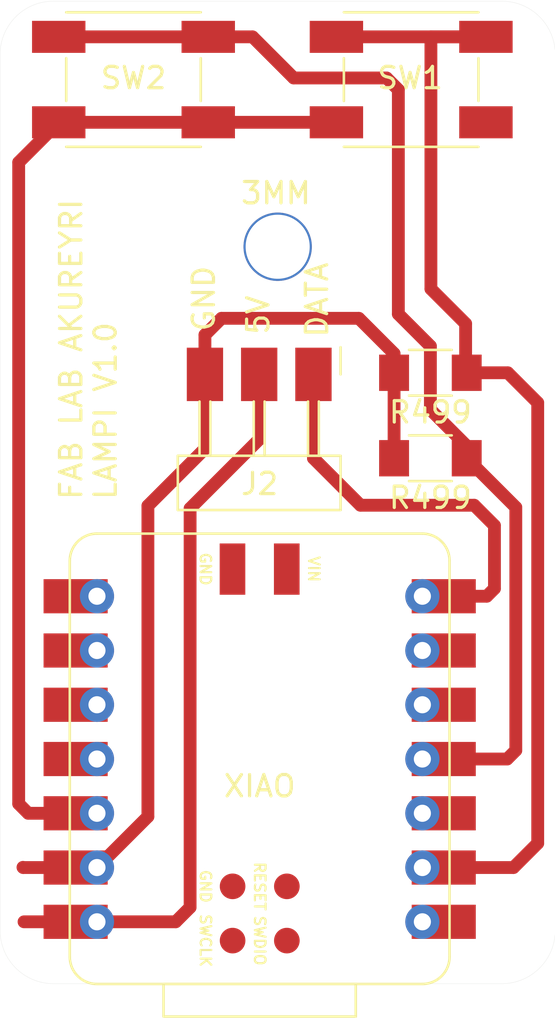
<source format=kicad_pcb>
(kicad_pcb (version 20240108) (generator "pcbnew") (generator_version "8.0")
  (layers (0 "F.Cu" signal) (31 "B.Cu" signal) (34 "B.Paste" user) (35 "F.Paste" user) (36 "B.SilkS" user "B.Silkscreen") (37 "F.SilkS" user "F.Silkscreen") (38 "B.Mask" user) (39 "F.Mask" user) (44 "Edge.Cuts" user))
  (net 0 "")
  (net 1 "GND")
  (net 2 "A10")
  (net 3 "A9")
  (net 4 "A8")
  (net 5 "A3")
  (net 6 "A2")
  (net 7 "A1")
  (net 8 "A0")
  (net 9 "A6")
  (net 10 "A7")
  (net 11 "PWR_3V3")
  (net 12 "PWR_5V")
  (net 13 "SCL")
  (net 14 "SDA")
  (footprint "fab:Button_Omron_B3SN_6.0x6.0mm" (layer "F.Cu") (at 173.25 108.374998)
    (property "Reference" "SW2" (at 0 -0.074998 0) (layer "F.SilkS"))
    (property "Value" "BUTTON_B3SN")
    (fp_line (start -3.15 -3.15) (end 3.15 -3.15) (stroke (width 0.12)) (layer "F.SilkS"))
    (fp_line (start -3.15 1) (end -3.15 -1) (stroke (width 0.12)) (layer "F.SilkS"))
    (fp_line (start 3.15 -1) (end 3.15 1) (stroke (width 0.12)) (layer "F.SilkS"))
    (fp_line (start 3.15 3.15) (end -3.15 3.15) (stroke (width 0.12)) (layer "F.SilkS"))
    (pad "1" smd rect (at -3.5 -2) (size 2.5 1.5) (layers "F.Cu" "F.Paste" "F.Mask") (net 5 "A3"))
    (pad "1" smd rect (at 3.5 -2) (size 2.5 1.5) (layers "F.Cu" "F.Paste" "F.Mask") (net 5 "A3"))
    (pad "2" smd rect (at -3.5 2) (size 2.5 1.5) (layers "F.Cu" "F.Paste" "F.Mask") (net 11 "PWR_3V3"))
    (pad "2" smd rect (at 3.5 2) (size 2.5 1.5) (layers "F.Cu" "F.Paste" "F.Mask") (net 11 "PWR_3V3"))
  )
  (footprint "fab:R_1206" (layer "F.Cu") (at 187.15 122.1 180)
    (property "Reference" "R499" (at 0 -1.85 0) (layer "F.SilkS"))
    (property "Value" "R499")
    (fp_line (start 1 1.07) (end -1 1.07) (stroke (width 0.12)) (layer "F.SilkS"))
    (fp_line (start -1 -1.07) (end 1 -1.07) (stroke (width 0.12)) (layer "F.SilkS"))
    (pad "1" smd rect (at -1.7 0 180) (size 1.4 1.7) (layers "F.Cu" "F.Paste" "F.Mask") (net 7 "A1"))
    (pad "2" smd rect (at 1.7 0 180) (size 1.4 1.7) (layers "F.Cu" "F.Paste" "F.Mask") (net 1 "GND"))
  )
  (footprint "fab:SeeedStudio_XIAO_RP2040" (layer "F.Cu") (at 179.16 140.18 180)
    (property "Reference" "XIAO" (at 0 -1.27 0) (layer "F.SilkS"))
    (property "Value" "Module_XIAO-RP2040")
    (fp_line (start 8.8925 -9.261) (end 8.8925 9.281) (stroke (width 0.12)) (layer "F.SilkS"))
    (fp_line (start 7.6225 10.551) (end -7.6175 10.551) (stroke (width 0.12)) (layer "F.SilkS"))
    (fp_line (start -7.6175 -10.531) (end 7.6225 -10.531) (stroke (width 0.12)) (layer "F.SilkS"))
    (fp_line (start -8.8875 9.281) (end -8.8875 -9.261) (stroke (width 0.12)) (layer "F.SilkS"))
    (fp_rect (start -4.4975 -10.531) (end 4.5025 -12.055) (stroke (width 0.12)) (fill none) (layer "F.SilkS"))
    (fp_arc (start 8.8925 9.281) (mid 8.520526 10.179026) (end 7.6225 10.551) (stroke (width 0.12)) (layer "F.SilkS"))
    (fp_arc (start 7.6225 -10.531) (mid 8.520526 -10.159026) (end 8.8925 -9.261) (stroke (width 0.12)) (layer "F.SilkS"))
    (fp_arc (start -7.6175 10.551) (mid -8.515526 10.179026) (end -8.8875 9.281) (stroke (width 0.12)) (layer "F.SilkS"))
    (fp_arc (start -8.8875 -9.261) (mid -8.515526 -10.159026) (end -7.6175 -10.531) (stroke (width 0.12)) (layer "F.SilkS"))
    (fp_text user "SWDIO" (at 0 -8.5 -90) (layer "F.SilkS") (effects (font (size 0.5 0.5) (thickness 0.1) (bold yes))))
    (fp_text user "RESET" (at 0 -5.96 -90) (layer "F.SilkS") (effects (font (size 0.5 0.5) (thickness 0.1) (bold yes))))
    (fp_text user "GND" (at 2.54 -5.96 -90) (layer "F.SilkS") (effects (font (size 0.5 0.5) (thickness 0.1) (bold yes))))
    (fp_text user "VIN" (at -2.535 8.89 -90) (layer "F.SilkS") (effects (font (size 0.5 0.5) (thickness 0.1) (bold yes))))
    (fp_text user "SWCLK" (at 2.54 -8.5 -90) (layer "F.SilkS") (effects (font (size 0.5 0.5) (thickness 0.1) (bold yes))))
    (fp_text user "GND" (at 2.545 8.89 -90) (layer "F.SilkS") (effects (font (size 0.5 0.5) (thickness 0.1) (bold yes))))
    (pad "1" thru_hole circle (at -7.615 -7.62 180) (size 1.6 1.6) (drill 0.8) (layers "*.Cu" "*.Mask") (net 8 "A0"))
    (pad "1" smd rect (at -7.615 -7.62 180) (size 3 1.6) (drill (offset -1 0)) (layers "F.Cu" "F.Paste" "F.Mask") (net 8 "A0"))
    (pad "2" thru_hole circle (at -7.615 -5.08 180) (size 1.6 1.6) (drill 0.8) (layers "*.Cu" "*.Mask") (net 7 "A1"))
    (pad "2" smd rect (at -7.615 -5.08 180) (size 3 1.6) (drill (offset -1 0)) (layers "F.Cu" "F.Paste" "F.Mask") (net 7 "A1"))
    (pad "3" thru_hole circle (at -7.615 -2.54 180) (size 1.6 1.6) (drill 0.8) (layers "*.Cu" "*.Mask") (net 6 "A2"))
    (pad "3" smd rect (at -7.615 -2.54 180) (size 3 1.6) (drill (offset -1 0)) (layers "F.Cu" "F.Paste" "F.Mask") (net 6 "A2"))
    (pad "4" thru_hole circle (at -7.615 0 180) (size 1.6 1.6) (drill 0.8) (layers "*.Cu" "*.Mask") (net 5 "A3"))
    (pad "4" smd rect (at -7.615 0 180) (size 3 1.6) (drill (offset -1 0)) (layers "F.Cu" "F.Paste" "F.Mask") (net 5 "A3"))
    (pad "5" thru_hole circle (at -7.615 2.54 180) (size 1.6 1.6) (drill 0.8) (layers "*.Cu" "*.Mask") (net 14 "SDA"))
    (pad "5" smd rect (at -7.615 2.54 180) (size 3 1.6) (drill (offset -1 0)) (layers "F.Cu" "F.Paste" "F.Mask") (net 14 "SDA"))
    (pad "6" thru_hole circle (at -7.615 5.08 180) (size 1.6 1.6) (drill 0.8) (layers "*.Cu" "*.Mask") (net 13 "SCL"))
    (pad "6" smd rect (at -7.615 5.08 180) (size 3 1.6) (drill (offset -1 0)) (layers "F.Cu" "F.Paste" "F.Mask") (net 13 "SCL"))
    (pad "7" thru_hole circle (at -7.615 7.62 180) (size 1.6 1.6) (drill 0.8) (layers "*.Cu" "*.Mask") (net 9 "A6"))
    (pad "7" smd rect (at -7.615 7.62 180) (size 3 1.6) (drill (offset -1 0)) (layers "F.Cu" "F.Paste" "F.Mask") (net 9 "A6"))
    (pad "8" thru_hole circle (at 7.62 7.62 180) (size 1.6 1.6) (drill 0.8) (layers "*.Cu" "*.Mask") (net 10 "A7"))
    (pad "8" smd rect (at 7.62 7.62 180) (size 3 1.6) (drill (offset 1 0)) (layers "F.Cu" "F.Paste" "F.Mask") (net 10 "A7"))
    (pad "9" thru_hole circle (at 7.62 5.08 180) (size 1.6 1.6) (drill 0.8) (layers "*.Cu" "*.Mask") (net 4 "A8"))
    (pad "9" smd rect (at 7.62 5.08 180) (size 3 1.6) (drill (offset 1 0)) (layers "F.Cu" "F.Paste" "F.Mask") (net 4 "A8"))
    (pad "10" thru_hole circle (at 7.62 2.54 180) (size 1.6 1.6) (drill 0.8) (layers "*.Cu" "*.Mask") (net 3 "A9"))
    (pad "10" smd rect (at 7.62 2.54 180) (size 3 1.6) (drill (offset 1 0)) (layers "F.Cu" "F.Paste" "F.Mask") (net 3 "A9"))
    (pad "11" thru_hole circle (at 7.62 0 180) (size 1.6 1.6) (drill 0.8) (layers "*.Cu" "*.Mask") (net 2 "A10"))
    (pad "11" smd rect (at 7.62 0 180) (size 3 1.6) (drill (offset 1 0)) (layers "F.Cu" "F.Paste" "F.Mask") (net 2 "A10"))
    (pad "12" thru_hole circle (at 7.62 -2.54 180) (size 1.6 1.6) (drill 0.8) (layers "*.Cu" "*.Mask") (net 11 "PWR_3V3"))
    (pad "12" smd rect (at 7.62 -2.54 180) (size 3 1.6) (drill (offset 1 0)) (layers "F.Cu" "F.Paste" "F.Mask") (net 11 "PWR_3V3"))
    (pad "13" thru_hole circle (at 7.62 -5.08 180) (size 1.6 1.6) (drill 0.8) (layers "*.Cu" "*.Mask") (net 1 "GND"))
    (pad "13" smd rect (at 7.62 -5.08 180) (size 3 1.6) (drill (offset 1 0)) (layers "F.Cu" "F.Paste" "F.Mask") (net 1 "GND"))
    (pad "14" thru_hole circle (at 7.62 -7.62 180) (size 1.6 1.6) (drill 0.8) (layers "*.Cu" "*.Mask") (net 12 "PWR_5V"))
    (pad "14" smd rect (at 7.62 -7.62 180) (size 3 1.6) (drill (offset 1 0)) (layers "F.Cu" "F.Paste" "F.Mask") (net 12 "PWR_5V"))
    (pad "15" smd rect (at 1.275 8.89 90) (size 2.4 1.2) (layers "F.Cu" "F.Paste" "F.Mask"))
    (pad "16" smd rect (at -1.265 8.89 90) (size 2.4 1.2) (layers "F.Cu" "F.Paste" "F.Mask"))
    (pad "17" smd circle (at -1.27 -8.5 180) (size 1.2 1.2) (layers "F.Cu" "F.Paste" "F.Mask"))
    (pad "18" smd circle (at -1.27 -5.96 180) (size 1.2 1.2) (layers "F.Cu" "F.Paste" "F.Mask"))
    (pad "19" smd circle (at 1.27 -5.96 180) (size 1.2 1.2) (layers "F.Cu" "F.Paste" "F.Mask"))
    (pad "20" smd circle (at 1.27 -8.5 180) (size 1.2 1.2) (layers "F.Cu" "F.Paste" "F.Mask"))
  )
  (footprint "fab:R_1206" (layer "F.Cu") (at 187.15 126.1 180)
    (property "Reference" "R499" (at 0 -1.85 0) (layer "F.SilkS"))
    (property "Value" "R499")
    (fp_line (start 1 1.07) (end -1 1.07) (stroke (width 0.12)) (layer "F.SilkS"))
    (fp_line (start -1 -1.07) (end 1 -1.07) (stroke (width 0.12)) (layer "F.SilkS"))
    (pad "1" smd rect (at -1.7 0 180) (size 1.4 1.7) (layers "F.Cu" "F.Paste" "F.Mask") (net 5 "A3"))
    (pad "2" smd rect (at 1.7 0 180) (size 1.4 1.7) (layers "F.Cu" "F.Paste" "F.Mask") (net 1 "GND"))
  )
  (footprint "fab:PinHeader_1x03_P2.54mm_Horizontal_SMD" (layer "F.Cu") (at 181.675 122.175 -90)
    (property "Reference" "J2" (at 5.125 3.475 180) (layer "F.SilkS") (effects (justify left)))
    (property "Value" "Conn_PinHeader_1x03_P2.54mm_Horizontal_SMD")
    (fp_line (start 3.81 6.35) (end 3.81 -1.27) (stroke (width 0.12)) (layer "F.SilkS"))
    (fp_line (start 6.35 6.35) (end 3.81 6.35) (stroke (width 0.12)) (layer "F.SilkS"))
    (fp_line (start 3.81 5.334) (end 1.27 5.334) (stroke (width 0.12)) (layer "F.SilkS"))
    (fp_line (start 3.81 4.826) (end 1.27 4.826) (stroke (width 0.12)) (layer "F.SilkS"))
    (fp_line (start 3.81 2.794) (end 1.27 2.794) (stroke (width 0.12)) (layer "F.SilkS"))
    (fp_line (start 3.81 2.286) (end 1.27 2.286) (stroke (width 0.12)) (layer "F.SilkS"))
    (fp_line (start 3.81 0.254) (end 1.27 0.254) (stroke (width 0.12)) (layer "F.SilkS"))
    (fp_line (start 3.81 -0.254) (end 1.27 -0.254) (stroke (width 0.12)) (layer "F.SilkS"))
    (fp_line (start -1.27 -1.27) (end 0 -1.27) (stroke (width 0.12)) (layer "F.SilkS"))
    (fp_line (start 3.81 -1.27) (end 6.35 -1.27) (stroke (width 0.12)) (layer "F.SilkS"))
    (fp_line (start 6.35 -1.27) (end 6.35 6.35) (stroke (width 0.12)) (layer "F.SilkS"))
    (pad "1" smd rect (at 0 0 270) (size 2.5 1.7) (layers "F.Cu" "F.Paste" "F.Mask") (net 9 "A6"))
    (pad "2" smd rect (at 0 2.54 270) (size 2.5 1.7) (layers "F.Cu" "F.Paste" "F.Mask") (net 12 "PWR_5V"))
    (pad "3" smd rect (at 0 5.08 270) (size 2.5 1.7) (layers "F.Cu" "F.Paste" "F.Mask") (net 1 "GND"))
  )
  (footprint "fab:MountingHole_3mm" (layer "F.Cu") (at 180 116.2)
    (property "Reference" "REF**" (hide yes))
    (property "Value" "MountingHole_3mm" (hide yes))
    (pad "" thru_hole circle (at 0 0) (size 3.2 3.2) (drill 3) (layers "*.Cu" "*.Mask"))
  )
  (footprint "fab:Button_Omron_B3SN_6.0x6.0mm" (layer "F.Cu") (at 186.25 108.374998)
    (property "Reference" "SW1" (at -0.05 -0.074998 0) (layer "F.SilkS"))
    (property "Value" "BUTTON_B3SN")
    (fp_line (start -3.15 -3.15) (end 3.15 -3.15) (stroke (width 0.12)) (layer "F.SilkS"))
    (fp_line (start -3.15 1) (end -3.15 -1) (stroke (width 0.12)) (layer "F.SilkS"))
    (fp_line (start 3.15 -1) (end 3.15 1) (stroke (width 0.12)) (layer "F.SilkS"))
    (fp_line (start 3.15 3.15) (end -3.15 3.15) (stroke (width 0.12)) (layer "F.SilkS"))
    (pad "1" smd rect (at -3.5 -2) (size 2.5 1.5) (layers "F.Cu" "F.Paste" "F.Mask") (net 7 "A1"))
    (pad "1" smd rect (at 3.5 -2) (size 2.5 1.5) (layers "F.Cu" "F.Paste" "F.Mask") (net 7 "A1"))
    (pad "2" smd rect (at -3.5 2) (size 2.5 1.5) (layers "F.Cu" "F.Paste" "F.Mask") (net 11 "PWR_3V3"))
    (pad "2" smd rect (at 3.5 2) (size 2.5 1.5) (layers "F.Cu" "F.Paste" "F.Mask") (net 11 "PWR_3V3"))
  )
  (gr_poly (pts (xy 190.624447 104.707457) (xy 190.751408 104.717111) (xy 190.876523 104.733009) (xy 190.999635 104.754995) (xy 191.120587 104.78291) (xy 191.239221 104.816599) (xy 191.355382 104.855903) (xy 191.468911 104.900666) (xy 191.579651 104.950731) (xy 191.687446 105.00594) (xy 191.792139 105.066137) (xy 191.893572 105.131164) (xy 191.991588 105.200865) (xy 192.08603 105.275082) (xy 192.176741 105.353658) (xy 192.263565 105.436436) (xy 192.346343 105.52326) (xy 192.424919 105.613971) (xy 192.499136 105.708414) (xy 192.568837 105.80643) (xy 192.633864 105.907863) (xy 192.694061 106.012555) (xy 192.74927 106.12035) (xy 192.799335 106.231091) (xy 192.844098 106.34462) (xy 192.883402 106.46078) (xy 192.91709 106.579415) (xy 192.945006 106.700366) (xy 192.966991 106.823478) (xy 192.98289 106.948593) (xy 192.992544 107.075554) (xy 192.995797 107.204204) (xy 192.995797 148.195796) (xy 192.992544 148.324446) (xy 192.98289 148.451407) (xy 192.966991 148.576522) (xy 192.945006 148.699634) (xy 192.91709 148.820586) (xy 192.883402 148.939221) (xy 192.844098 149.055381) (xy 192.799335 149.16891) (xy 192.74927 149.279651) (xy 192.694061 149.387446) (xy 192.633864 149.492138) (xy 192.568837 149.593571) (xy 192.499136 149.691587) (xy 192.424919 149.786029) (xy 192.346343 149.876741) (xy 192.263565 149.963564) (xy 192.176741 150.046342) (xy 192.08603 150.124918) (xy 191.991588 150.199135) (xy 191.893572 150.268836) (xy 191.792139 150.333863) (xy 191.687446 150.39406) (xy 191.579651 150.449269) (xy 191.468911 150.499334) (xy 191.355382 150.544097) (xy 191.239221 150.583401) (xy 191.120587 150.61709) (xy 190.999635 150.645005) (xy 190.876523 150.666991) (xy 190.751408 150.682889) (xy 190.624447 150.692543) (xy 190.495797 150.695796) (xy 169.504204 150.695796) (xy 169.375555 150.692543) (xy 169.248594 150.682889) (xy 169.123479 150.666991) (xy 169.000368 150.645005) (xy 168.879416 150.61709) (xy 168.760781 150.583401) (xy 168.644621 150.544097) (xy 168.531092 150.499334) (xy 168.420352 150.449269) (xy 168.312557 150.39406) (xy 168.207864 150.333863) (xy 168.106431 150.268836) (xy 168.008415 150.199135) (xy 167.913973 150.124918) (xy 167.823261 150.046342) (xy 167.736438 149.963564) (xy 167.65366 149.876741) (xy 167.575083 149.786029) (xy 167.500866 149.691587) (xy 167.431165 149.593571) (xy 167.366138 149.492138) (xy 167.305941 149.387446) (xy 167.250732 149.279651) (xy 167.200667 149.16891) (xy 167.155904 149.055381) (xy 167.1166 148.939221) (xy 167.082911 148.820586) (xy 167.054996 148.699634) (xy 167.03301 148.576522) (xy 167.017112 148.451407) (xy 167.007457 148.324446) (xy 167.004204 148.195796) (xy 167.004204 107.204204) (xy 167.007457 107.075554) (xy 167.017112 106.948593) (xy 167.03301 106.823478) (xy 167.054996 106.700366) (xy 167.082911 106.579415) (xy 167.1166 106.46078) (xy 167.155904 106.34462) (xy 167.200667 106.231091) (xy 167.250732 106.12035) (xy 167.305941 106.012555) (xy 167.366138 105.907863) (xy 167.431165 105.80643) (xy 167.500866 105.708414) (xy 167.575083 105.613971) (xy 167.65366 105.52326) (xy 167.736438 105.436436) (xy 167.823261 105.353658) (xy 167.913973 105.275082) (xy 168.008415 105.200865) (xy 168.106431 105.131164) (xy 168.207864 105.066137) (xy 168.312557 105.00594) (xy 168.420352 104.950731) (xy 168.531092 104.900666) (xy 168.644621 104.855903) (xy 168.760781 104.816599) (xy 168.879416 104.78291) (xy 169.000368 104.754995) (xy 169.123479 104.733009) (xy 169.248594 104.717111) (xy 169.375555 104.707457) (xy 169.504204 104.704204) (xy 190.495797 104.704204)) (stroke (width 0.008406)) (fill none) (layer "Edge.Cuts"))
  (gr_text "5V" (at 179.675 120.399999 90) (layer "F.SilkS") (effects (font (size 1 1)) (justify left bottom)))
  (gr_text "GND" (at 177.125 120.249998 90) (layer "F.SilkS") (effects (font (size 1 1)) (justify left bottom)))
  (gr_text "DATA" (at 182.425 120.524999 90) (layer "F.SilkS") (effects (font (size 1 1)) (justify left bottom)))
  (gr_text "3MM" (at 178.2 114.274998 0) (layer "F.SilkS") (effects (font (size 1 1)) (justify left bottom)))
  (gr_text "FAB LAB AKUREYRI\nLAMPI V1.0" (at 172.525 128.124998 90) (layer "F.SilkS") (effects (font (size 1 1)) (justify left bottom)))
  (segment (start 173.925 128.325) (end 176.595 125.655) (width 0.6) (layer "F.Cu") (net 1))
  (segment (start 176.595 120.325) (end 177.370001 119.549999) (width 0.6) (layer "F.Cu") (net 1))
  (segment (start 173.925 142.875) (end 173.925 128.325) (width 0.6) (layer "F.Cu") (net 1))
  (segment (start 168.085 145.26) (end 168.075 145.25) (width 0.6) (layer "F.Cu") (net 1))
  (segment (start 177.370001 119.549999) (end 183.8 119.549999) (width 0.6) (layer "F.Cu") (net 1))
  (segment (start 185.45 121.199999) (end 185.45 122.1) (width 0.6) (layer "F.Cu") (net 1))
  (segment (start 176.595 122.175) (end 176.595 120.325) (width 0.6) (layer "F.Cu") (net 1))
  (segment (start 171.54 145.26) (end 173.925 142.875) (width 0.6) (layer "F.Cu") (net 1))
  (segment (start 171.54 145.26) (end 168.085 145.26) (width 0.6) (layer "F.Cu") (net 1))
  (segment (start 185.45 126.1) (end 185.45 122.1) (width 0.6) (layer "F.Cu") (net 1))
  (segment (start 176.595 125.655) (end 176.595 122.175) (width 0.6) (layer "F.Cu") (net 1))
  (segment (start 183.8 119.549999) (end 185.45 121.199999) (width 0.6) (layer "F.Cu") (net 1))
  (segment (start 186.775 140.18) (end 190.745 140.18) (width 0.6) (layer "F.Cu") (net 5))
  (segment (start 185.65 108.849998) (end 185.1 108.299998) (width 0.6) (layer "F.Cu") (net 5))
  (segment (start 180.75 108.299998) (end 178.825 106.374998) (width 0.6) (layer "F.Cu") (net 5))
  (segment (start 185.1 108.299998) (end 180.75 108.299998) (width 0.6) (layer "F.Cu") (net 5))
  (segment (start 185.65 119.35) (end 185.65 108.849998) (width 0.6) (layer "F.Cu") (net 5))
  (segment (start 188.85 126.1) (end 188.85 125.524998) (width 0.6) (layer "F.Cu") (net 5))
  (segment (start 178.825 106.374998) (end 176.75 106.374998) (width 0.6) (layer "F.Cu") (net 5))
  (segment (start 191.15 128.4) (end 188.85 126.1) (width 0.6) (layer "F.Cu") (net 5))
  (segment (start 188.85 125.524998) (end 187.15 123.824998) (width 0.6) (layer "F.Cu") (net 5))
  (segment (start 187.15 120.85) (end 185.65 119.35) (width 0.6) (layer "F.Cu") (net 5))
  (segment (start 187.15 123.824998) (end 187.15 120.85) (width 0.6) (layer "F.Cu") (net 5))
  (segment (start 176.75 106.374998) (end 169.75 106.374998) (width 0.6) (layer "F.Cu") (net 5))
  (segment (start 191.15 139.775) (end 191.15 128.4) (width 0.6) (layer "F.Cu") (net 5))
  (segment (start 190.745 140.18) (end 191.15 139.775) (width 0.6) (layer "F.Cu") (net 5))
  (segment (start 189.75 106.374998) (end 182.75 106.374998) (width 0.6) (layer "F.Cu") (net 7))
  (segment (start 192.175 123.5) (end 190.775 122.1) (width 0.6) (layer "F.Cu") (net 7))
  (segment (start 188.85 122.1) (end 188.8 122.05) (width 0.6) (layer "F.Cu") (net 7))
  (segment (start 187.175 106.374998) (end 189.75 106.374998) (width 0.6) (layer "F.Cu") (net 7))
  (segment (start 190.775 122.1) (end 188.85 122.1) (width 0.6) (layer "F.Cu") (net 7))
  (segment (start 188.8 119.799998) (end 187.175 118.174998) (width 0.6) (layer "F.Cu") (net 7))
  (segment (start 192.175 144.125) (end 192.175 123.5) (width 0.6) (layer "F.Cu") (net 7))
  (segment (start 191.04 145.26) (end 192.175 144.125) (width 0.6) (layer "F.Cu") (net 7))
  (segment (start 188.8 122.05) (end 188.8 119.799998) (width 0.6) (layer "F.Cu") (net 7))
  (segment (start 187.175 118.174998) (end 187.175 106.374998) (width 0.6) (layer "F.Cu") (net 7))
  (segment (start 186.775 145.26) (end 191.04 145.26) (width 0.6) (layer "F.Cu") (net 7))
  (segment (start 186.775 132.56) (end 189.789998 132.56) (width 0.6) (layer "F.Cu") (net 9))
  (segment (start 190.15 129.249998) (end 189.2 128.299998) (width 0.6) (layer "F.Cu") (net 9))
  (segment (start 181.675 126.099998) (end 181.675 122.175) (width 0.6) (layer "F.Cu") (net 9))
  (segment (start 189.2 128.299998) (end 183.875 128.299998) (width 0.6) (layer "F.Cu") (net 9))
  (segment (start 183.875 128.299998) (end 181.675 126.099998) (width 0.6) (layer "F.Cu") (net 9))
  (segment (start 190.15 132.199998) (end 190.15 129.249998) (width 0.6) (layer "F.Cu") (net 9))
  (segment (start 189.789998 132.56) (end 190.15 132.199998) (width 0.6) (layer "F.Cu") (net 9))
  (segment (start 169.75 110.374998) (end 167.875 112.249998) (width 0.6) (layer "F.Cu") (net 11))
  (segment (start 167.875 112.249998) (end 167.875 142.275) (width 0.6) (layer "F.Cu") (net 11))
  (segment (start 167.875 142.275) (end 168.32 142.72) (width 0.6) (layer "F.Cu") (net 11))
  (segment (start 168.32 142.72) (end 171.54 142.72) (width 0.6) (layer "F.Cu") (net 11))
  (segment (start 176.75 110.374998) (end 182.75 110.374998) (width 0.6) (layer "F.Cu") (net 11))
  (segment (start 176.75 110.374998) (end 169.75 110.374998) (width 0.6) (layer "F.Cu") (net 11))
  (segment (start 171.54 147.8) (end 175.225 147.8) (width 0.6) (layer "F.Cu") (net 12))
  (segment (start 171.54 147.8) (end 168.125 147.8) (width 0.6) (layer "F.Cu") (net 12))
  (segment (start 175.9 128.45) (end 179.135 125.215) (width 0.6) (layer "F.Cu") (net 12))
  (segment (start 175.225 147.8) (end 175.9 147.125) (width 0.6) (layer "F.Cu") (net 12))
  (segment (start 175.9 147.125) (end 175.9 128.45) (width 0.6) (layer "F.Cu") (net 12))
  (segment (start 179.135 125.215) (end 179.135 122.175) (width 0.6) (layer "F.Cu") (net 12))
)
</source>
